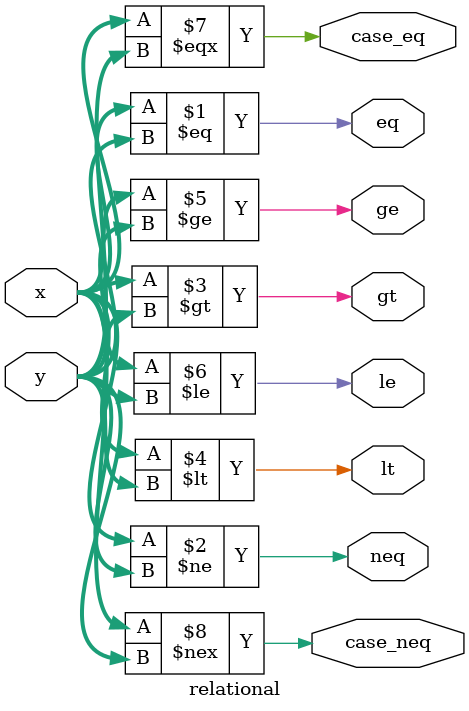
<source format=sv>


module relational (
    input  wire [3:0] x,
    input  wire [3:0] y,
    output wire       eq,       // x == y (logical equality)
    output wire       neq,      // x != y
    output wire       gt,       // x >  y
    output wire       lt,       // x <  y
    output wire       ge,       // x >= y
    output wire       le,       // x <= y
    output wire       case_eq,  // x === y (case-equality)
    output wire       case_neq  // x !== y (case-inequality)
);
    assign eq       = (x == y);
    assign neq      = (x != y);
    assign gt       = (x >  y);
    assign lt       = (x <  y);
    assign ge       = (x >= y);
    assign le       = (x <= y);
    assign case_eq  = (x === y);
    assign case_neq = (x !== y);
endmodule

</source>
